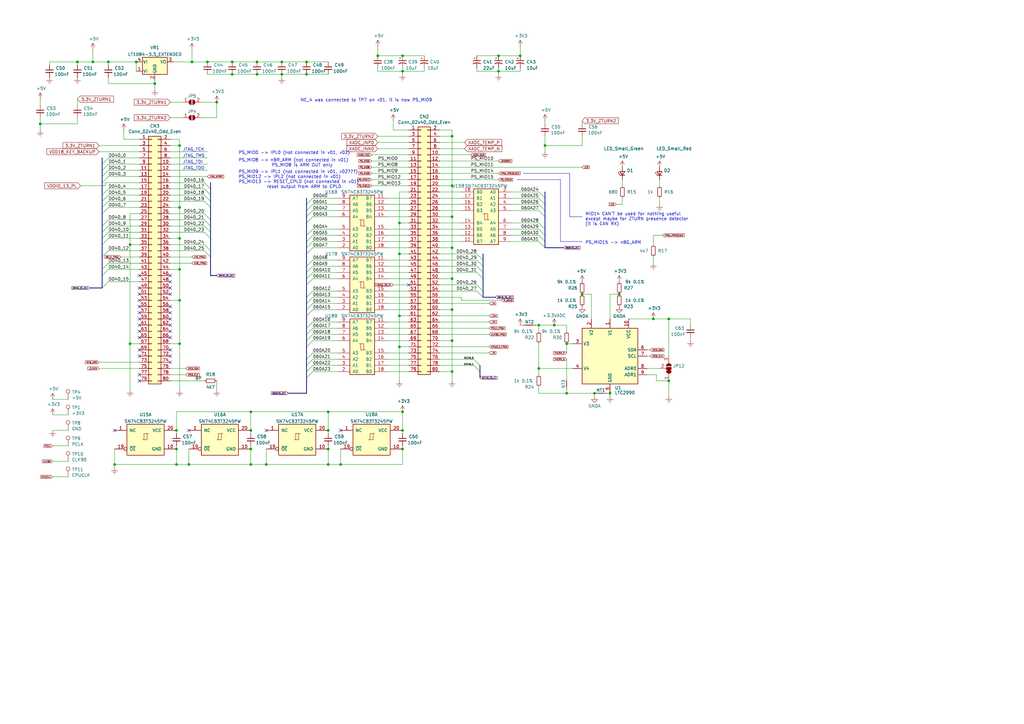
<source format=kicad_sch>
(kicad_sch (version 20230121) (generator eeschema)
  (paper "A3")
  (title_block (title "Z3660 by sHaNsHe (Double H Tech)") (date "2024-03-03") (rev "v0.21d") (comment 1 "v0.21a Changed Array Networks") (comment 2 "v0.21b Changed the 060 socket"))
  (junction (at 46.99 190.5))
  (junction (at 134.62 168.91))
  (junction (at 55.88 25.4))
  (junction (at 204.47 22.86))
  (junction (at 254 120.65))
  (junction (at 105.41 25.4))
  (junction (at 185.42 139.7))
  (junction (at 53.34 140.97))
  (junction (at 72.39 190.5))
  (junction (at 134.62 190.5))
  (junction (at 125.73 25.4))
  (junction (at 163.83 142.24))
  (junction (at 232.41 161.29))
  (junction (at 115.57 30.48))
  (junction (at 31.75 25.4))
  (junction (at 102.87 190.5))
  (junction (at 95.25 30.48))
  (junction (at 72.39 184.15))
  (junction (at 185.42 55.88))
  (junction (at 73.66 97.79))
  (junction (at 238.76 120.65))
  (junction (at 125.73 30.48))
  (junction (at 274.32 156.21))
  (junction (at 38.1 25.4))
  (junction (at 105.41 30.48))
  (junction (at 227.33 133.35))
  (junction (at 223.52 59.69))
  (junction (at 165.1 29.21))
  (junction (at 102.87 168.91))
  (junction (at 139.7 190.5))
  (junction (at 73.66 110.49))
  (junction (at 154.94 22.86))
  (junction (at 232.41 140.97))
  (junction (at 102.87 176.53))
  (junction (at 73.66 85.09))
  (junction (at 85.09 25.4))
  (junction (at 243.84 161.29))
  (junction (at 16.51 50.8))
  (junction (at 267.97 130.81))
  (junction (at 73.66 59.69))
  (junction (at 73.66 140.97))
  (junction (at 165.1 184.15))
  (junction (at 77.47 190.5))
  (junction (at 163.83 91.44))
  (junction (at 134.62 176.53))
  (junction (at 165.1 22.86))
  (junction (at 204.47 29.21))
  (junction (at 163.83 129.54))
  (junction (at 165.1 176.53))
  (junction (at 109.22 190.5))
  (junction (at 250.19 161.29))
  (junction (at 185.42 101.6))
  (junction (at 185.42 76.2))
  (junction (at 185.42 114.3))
  (junction (at 220.98 151.13))
  (junction (at 185.42 152.4))
  (junction (at 220.98 133.35))
  (junction (at 102.87 184.15))
  (junction (at 72.39 176.53))
  (junction (at 165.1 168.91))
  (junction (at 274.32 130.81))
  (junction (at 63.5 34.29))
  (junction (at 163.83 104.14))
  (junction (at 95.25 25.4))
  (junction (at 115.57 25.4))
  (junction (at 73.66 123.19))
  (junction (at 134.62 184.15))
  (junction (at 78.74 25.4))
  (junction (at 44.45 25.4))
  (junction (at 88.9 41.91))
  (junction (at 53.34 100.33))
  (junction (at 185.42 127))
  (junction (at 185.42 88.9))
  (junction (at 213.36 22.86))
  (no_connect (at 69.85 115.57))
  (no_connect (at 167.64 116.84))
  (no_connect (at 57.15 118.11))
  (no_connect (at 69.85 143.51))
  (no_connect (at 69.85 135.89))
  (no_connect (at 69.85 113.03))
  (no_connect (at 139.7 176.53))
  (no_connect (at 57.15 146.05))
  (no_connect (at 77.47 176.53))
  (no_connect (at 69.85 130.81))
  (no_connect (at 69.85 128.27))
  (no_connect (at 69.85 148.59))
  (no_connect (at 57.15 156.21))
  (no_connect (at 69.85 118.11))
  (no_connect (at 57.15 143.51))
  (no_connect (at 57.15 153.67))
  (no_connect (at 57.15 113.03))
  (no_connect (at 69.85 133.35))
  (no_connect (at 57.15 123.19))
  (no_connect (at 46.99 176.53))
  (no_connect (at 69.85 125.73))
  (no_connect (at 109.22 176.53))
  (no_connect (at 57.15 135.89))
  (no_connect (at 57.15 138.43))
  (no_connect (at 57.15 125.73))
  (no_connect (at 57.15 130.81))
  (no_connect (at 57.15 128.27))
  (no_connect (at 69.85 146.05))
  (no_connect (at 69.85 138.43))
  (no_connect (at 69.85 120.65))
  (no_connect (at 57.15 120.65))
  (no_connect (at 57.15 133.35))
  (bus_entry (at 41.91 69.9147) (size 2.54 -2.54))
  (bus_entry (at 125.73 101.6) (size 2.54 -2.54))
  (bus_entry (at 125.73 116.84) (size 2.54 -2.54))
  (bus_entry (at 86.36 90.17) (size -2.54 -2.54))
  (bus_entry (at 125.73 104.14) (size 2.54 -2.54))
  (bus_entry (at 41.91 110.49) (size 2.54 -2.54))
  (bus_entry (at 198.12 111.76) (size -2.54 -2.54))
  (bus_entry (at 41.91 85.09) (size 2.54 -2.54))
  (bus_entry (at 41.91 95.25) (size 2.54 -2.54))
  (bus_entry (at 125.73 149.86) (size 2.54 -2.54))
  (bus_entry (at 223.52 81.28) (size -2.54 -2.54))
  (bus_entry (at 125.73 137.16) (size 2.54 -2.54))
  (bus_entry (at 41.91 67.31) (size 2.54 -2.54))
  (bus_entry (at 125.73 154.94) (size 2.54 -2.54))
  (bus_entry (at 125.73 129.54) (size 2.54 -2.54))
  (bus_entry (at 41.91 80.01) (size 2.54 -2.54))
  (bus_entry (at 125.73 114.3) (size 2.54 -2.54))
  (bus_entry (at 125.73 99.06) (size 2.54 -2.54))
  (bus_entry (at 125.73 134.62) (size 2.54 -2.54))
  (bus_entry (at 223.52 93.98) (size -2.54 -2.54))
  (bus_entry (at 198.12 121.92) (size -2.54 -2.54))
  (bus_entry (at 41.91 72.39) (size 2.54 -2.54))
  (bus_entry (at 41.91 118.11) (size 2.54 -2.54))
  (bus_entry (at 223.52 88.9) (size -2.54 -2.54))
  (bus_entry (at 41.91 74.93) (size 2.54 -2.54))
  (bus_entry (at 125.73 86.36) (size 2.54 -2.54))
  (bus_entry (at 125.73 152.4) (size 2.54 -2.54))
  (bus_entry (at 41.91 105.41) (size 2.54 -2.54))
  (bus_entry (at 86.36 95.25) (size -2.54 -2.54))
  (bus_entry (at 125.73 111.76) (size 2.54 -2.54))
  (bus_entry (at 41.91 113.03) (size 2.54 -2.54))
  (bus_entry (at 86.36 102.87) (size -2.54 -2.54))
  (bus_entry (at 125.73 127) (size 2.54 -2.54))
  (bus_entry (at 125.73 109.22) (size 2.54 -2.54))
  (bus_entry (at 223.52 86.36) (size -2.54 -2.54))
  (bus_entry (at 86.36 80.01) (size -2.54 -2.54))
  (bus_entry (at 86.36 105.41) (size -2.54 -2.54))
  (bus_entry (at 125.73 147.32) (size 2.54 -2.54))
  (bus_entry (at 125.73 124.46) (size 2.54 -2.54))
  (bus_entry (at 125.73 139.7) (size 2.54 -2.54))
  (bus_entry (at 223.52 96.52) (size -2.54 -2.54))
  (bus_entry (at 196.85 149.86) (size -2.54 -2.54))
  (bus_entry (at 86.36 85.09) (size -2.54 -2.54))
  (bus_entry (at 223.52 101.6) (size -2.54 -2.54))
  (bus_entry (at 86.36 92.71) (size -2.54 -2.54))
  (bus_entry (at 41.91 82.55) (size 2.54 -2.54))
  (bus_entry (at 41.91 100.33) (size 2.54 -2.54))
  (bus_entry (at 223.52 83.82) (size -2.54 -2.54))
  (bus_entry (at 41.91 87.63) (size 2.54 -2.54))
  (bus_entry (at 41.91 92.71) (size 2.54 -2.54))
  (bus_entry (at 125.73 88.9) (size 2.54 -2.54))
  (bus_entry (at 125.73 121.92) (size 2.54 -2.54))
  (bus_entry (at 125.73 96.52) (size 2.54 -2.54))
  (bus_entry (at 125.73 83.82) (size 2.54 -2.54))
  (bus_entry (at 198.12 119.38) (size -2.54 -2.54))
  (bus_entry (at 86.36 82.55) (size -2.54 -2.54))
  (bus_entry (at 125.73 91.44) (size 2.54 -2.54))
  (bus_entry (at 198.12 109.22) (size -2.54 -2.54))
  (bus_entry (at 198.12 106.68) (size -2.54 -2.54))
  (bus_entry (at 196.85 152.4) (size -2.54 -2.54))
  (bus_entry (at 198.12 114.3) (size -2.54 -2.54))
  (bus_entry (at 41.91 97.79) (size 2.54 -2.54))
  (bus_entry (at 86.36 77.47) (size -2.54 -2.54))
  (bus_entry (at 125.73 142.24) (size 2.54 -2.54))
  (bus_entry (at 86.36 97.79) (size -2.54 -2.54))
  (bus_entry (at 223.52 99.06) (size -2.54 -2.54))
  (wire (pts (xy 154.94 27.94) (xy 154.94 29.21)))
  (wire (pts (xy 190.5 60.96) (xy 180.34 60.96)))
  (wire (pts (xy 158.75 147.32) (xy 167.64 147.32)))
  (wire (pts (xy 128.27 106.68) (xy 138.43 106.68)))
  (wire (pts (xy 72.39 190.5) (xy 46.99 190.5)))
  (wire (pts (xy 128.27 132.08) (xy 138.43 132.08)))
  (wire (pts (xy 73.66 110.49) (xy 73.66 97.79)))
  (wire (pts (xy 44.45 25.4) (xy 55.88 25.4)))
  (wire (pts (xy 57.15 74.93) (xy 43.18 74.93)))
  (wire (pts (xy 134.62 184.15) (xy 134.62 190.5)))
  (wire (pts (xy 73.66 85.09) (xy 69.85 85.09)))
  (bus (pts (xy 198.12 121.92) (xy 203.2 121.92)))
  (wire (pts (xy 50.8 57.15) (xy 50.8 53.34)))
  (wire (pts (xy 180.34 104.14) (xy 195.58 104.14)))
  (wire (pts (xy 265.43 143.51) (xy 266.7 143.51)))
  (wire (pts (xy 242.57 120.65) (xy 238.76 120.65)))
  (bus (pts (xy 125.73 111.76) (xy 125.73 109.22)))
  (wire (pts (xy 69.85 100.33) (xy 83.82 100.33)))
  (wire (pts (xy 78.74 25.4) (xy 85.09 25.4)))
  (wire (pts (xy 180.34 53.34) (xy 185.42 53.34)))
  (wire (pts (xy 250.19 120.65) (xy 250.19 130.81)))
  (wire (pts (xy 44.45 77.47) (xy 57.15 77.47)))
  (wire (pts (xy 163.83 129.54) (xy 163.83 104.14)))
  (wire (pts (xy 57.15 69.85) (xy 44.45 69.85)))
  (wire (pts (xy 180.34 93.98) (xy 189.23 93.98)))
  (wire (pts (xy 265.43 146.05) (xy 266.7 146.05)))
  (wire (pts (xy 185.42 127) (xy 185.42 139.7)))
  (bus (pts (xy 223.52 101.6) (xy 231.14 101.6011)))
  (bus (pts (xy 125.73 129.54) (xy 125.73 127)))
  (bus (pts (xy 125.73 154.94) (xy 125.73 152.4)))
  (wire (pts (xy 180.34 88.9) (xy 185.42 88.9)))
  (wire (pts (xy 154.94 22.86) (xy 165.1 22.86)))
  (wire (pts (xy 69.85 107.95) (xy 78.74 107.95)))
  (wire (pts (xy 180.34 111.76) (xy 195.58 111.76)))
  (wire (pts (xy 31.75 50.8) (xy 16.51 50.8)))
  (wire (pts (xy 243.84 162.56) (xy 243.84 161.29)))
  (wire (pts (xy 195.58 22.86) (xy 204.47 22.86)))
  (wire (pts (xy 69.85 41.91) (xy 74.93 41.91)))
  (wire (pts (xy 69.85 95.25) (xy 83.82 95.25)))
  (wire (pts (xy 105.41 25.4) (xy 115.57 25.4)))
  (wire (pts (xy 55.88 25.4) (xy 55.88 29.21)))
  (wire (pts (xy 269.24 153.67) (xy 269.24 156.21)))
  (wire (pts (xy 57.15 95.25) (xy 44.45 95.25)))
  (bus (pts (xy 86.36 74.93) (xy 86.36 77.47)))
  (wire (pts (xy 204.47 29.21) (xy 213.36 29.21)))
  (wire (pts (xy 180.34 71.12) (xy 204.47 71.12)))
  (wire (pts (xy 69.85 72.39) (xy 85.09 72.39)))
  (wire (pts (xy 180.34 86.36) (xy 189.23 86.36)))
  (wire (pts (xy 73.66 59.69) (xy 69.85 59.69)))
  (bus (pts (xy 41.91 87.63) (xy 41.91 92.71)))
  (wire (pts (xy 139.7 190.5) (xy 134.62 190.5)))
  (wire (pts (xy 185.42 101.6) (xy 185.42 114.3)))
  (bus (pts (xy 223.52 99.06) (xy 223.52 96.52)))
  (wire (pts (xy 31.75 25.4) (xy 31.75 26.67)))
  (wire (pts (xy 69.85 105.41) (xy 78.74 105.41)))
  (wire (pts (xy 16.51 50.8) (xy 16.51 48.26)))
  (wire (pts (xy 180.34 96.52) (xy 189.23 96.52)))
  (wire (pts (xy 209.55 86.36) (xy 220.98 86.36)))
  (wire (pts (xy 128.27 134.62) (xy 138.43 134.62)))
  (wire (pts (xy 115.57 25.4) (xy 125.73 25.4)))
  (wire (pts (xy 274.32 130.81) (xy 283.21 130.81)))
  (wire (pts (xy 57.15 110.49) (xy 44.45 110.49)))
  (wire (pts (xy 128.27 114.3) (xy 138.43 114.3)))
  (polyline (pts (xy 214.63 71.12) (xy 233.68 71.12)))
  (bus (pts (xy 125.73 134.62) (xy 125.73 129.54)))
  (wire (pts (xy 139.7 184.15) (xy 139.7 190.5)))
  (wire (pts (xy 180.34 81.28) (xy 189.23 81.28)))
  (wire (pts (xy 185.42 152.4) (xy 185.42 156.21)))
  (wire (pts (xy 180.34 142.24) (xy 200.66 142.24)))
  (bus (pts (xy 41.91 92.71) (xy 41.91 95.25)))
  (wire (pts (xy 49.53 105.41) (xy 57.15 105.41)))
  (wire (pts (xy 220.98 161.29) (xy 220.98 158.75)))
  (wire (pts (xy 158.75 86.36) (xy 167.64 86.36)))
  (wire (pts (xy 72.39 184.15) (xy 72.39 190.5)))
  (wire (pts (xy 57.15 82.55) (xy 44.45 82.55)))
  (wire (pts (xy 158.75 101.6) (xy 167.64 101.6)))
  (wire (pts (xy 57.15 148.59) (xy 40.64 148.59)))
  (wire (pts (xy 69.85 90.17) (xy 83.82 90.17)))
  (wire (pts (xy 158.75 88.9) (xy 167.64 88.9)))
  (wire (pts (xy 270.51 81.28) (xy 270.51 83.82)))
  (wire (pts (xy 31.75 25.4) (xy 38.1 25.4)))
  (wire (pts (xy 189.23 121.92) (xy 189.23 123.19)))
  (wire (pts (xy 267.97 100.33) (xy 267.97 96.52)))
  (wire (pts (xy 31.75 48.26) (xy 31.75 50.8)))
  (wire (pts (xy 257.81 130.81) (xy 267.97 130.81)))
  (wire (pts (xy 209.55 83.82) (xy 220.98 83.82)))
  (wire (pts (xy 158.75 152.4) (xy 167.64 152.4)))
  (wire (pts (xy 232.41 140.97) (xy 232.41 144.78)))
  (wire (pts (xy 185.42 53.34) (xy 185.42 55.88)))
  (bus (pts (xy 125.73 139.7) (xy 125.73 137.16)))
  (wire (pts (xy 69.85 87.63) (xy 83.82 87.63)))
  (polyline (pts (xy 229.87 74.93) (xy 229.87 99.06)))
  (wire (pts (xy 152.4 63.5) (xy 167.64 63.5)))
  (wire (pts (xy 69.85 74.93) (xy 83.82 74.93)))
  (wire (pts (xy 109.22 184.15) (xy 109.22 190.5)))
  (bus (pts (xy 41.91 110.49) (xy 41.91 113.03)))
  (wire (pts (xy 189.23 123.19) (xy 205.74 123.19)))
  (wire (pts (xy 223.52 59.69) (xy 223.52 55.88)))
  (wire (pts (xy 72.39 168.91) (xy 72.39 176.53)))
  (wire (pts (xy 180.34 116.84) (xy 195.58 116.84)))
  (wire (pts (xy 242.57 130.81) (xy 242.57 120.65)))
  (wire (pts (xy 44.45 115.57) (xy 57.15 115.57)))
  (wire (pts (xy 21.59 176.53) (xy 27.94 176.53)))
  (wire (pts (xy 270.51 76.2) (xy 270.51 73.66)))
  (wire (pts (xy 274.32 130.81) (xy 274.32 146.05)))
  (bus (pts (xy 86.36 105.41) (xy 86.36 113.03)))
  (wire (pts (xy 105.41 30.48) (xy 115.57 30.48)))
  (wire (pts (xy 73.66 160.02) (xy 73.66 140.97)))
  (wire (pts (xy 33.02 76.2) (xy 43.18 76.2)))
  (wire (pts (xy 44.45 107.95) (xy 57.15 107.95)))
  (bus (pts (xy 41.91 97.79) (xy 41.91 100.33)))
  (wire (pts (xy 238.76 59.69) (xy 223.52 59.69)))
  (bus (pts (xy 86.36 92.71) (xy 86.36 95.25)))
  (wire (pts (xy 180.34 73.66) (xy 204.47 73.66)))
  (wire (pts (xy 57.15 64.77) (xy 44.45 64.77)))
  (wire (pts (xy 158.75 111.76) (xy 167.64 111.76)))
  (wire (pts (xy 238.76 49.53) (xy 238.76 50.8)))
  (wire (pts (xy 128.27 96.52) (xy 138.43 96.52)))
  (wire (pts (xy 163.83 91.44) (xy 163.83 78.74)))
  (wire (pts (xy 180.34 68.58) (xy 238.76 68.58)))
  (wire (pts (xy 180.34 91.44) (xy 189.23 91.44)))
  (wire (pts (xy 128.27 86.36) (xy 138.43 86.36)))
  (wire (pts (xy 85.09 30.48) (xy 95.25 30.48)))
  (wire (pts (xy 204.47 27.94) (xy 204.47 29.21)))
  (wire (pts (xy 255.27 83.82) (xy 255.27 81.28)))
  (wire (pts (xy 248.92 161.29) (xy 250.19 161.29)))
  (wire (pts (xy 21.59 182.88) (xy 27.94 182.88)))
  (wire (pts (xy 185.42 55.88) (xy 180.34 55.88)))
  (wire (pts (xy 46.99 190.5) (xy 46.99 191.77)))
  (wire (pts (xy 134.62 182.88) (xy 134.62 184.15)))
  (bus (pts (xy 125.73 124.46) (xy 125.73 121.92)))
  (bus (pts (xy 86.36 90.17) (xy 86.36 92.71)))
  (wire (pts (xy 69.85 153.67) (xy 76.2 153.67)))
  (wire (pts (xy 195.58 29.21) (xy 204.47 29.21)))
  (bus (pts (xy 41.91 113.03) (xy 41.91 118.11)))
  (wire (pts (xy 158.75 93.98) (xy 167.64 93.98)))
  (wire (pts (xy 180.34 114.3) (xy 185.42 114.3)))
  (wire (pts (xy 44.45 31.75) (xy 44.45 34.29)))
  (polyline (pts (xy 238.76 88.9) (xy 233.68 88.9)))
  (wire (pts (xy 134.62 30.48) (xy 125.73 30.48)))
  (bus (pts (xy 125.73 91.44) (xy 125.73 88.9)))
  (bus (pts (xy 125.73 88.9) (xy 125.73 86.36)))
  (wire (pts (xy 44.45 34.29) (xy 63.5 34.29)))
  (wire (pts (xy 152.4 73.66) (xy 167.64 73.66)))
  (bus (pts (xy 125.73 121.92) (xy 125.73 116.84)))
  (wire (pts (xy 163.83 91.44) (xy 167.64 91.44)))
  (wire (pts (xy 163.83 142.24) (xy 163.83 129.54)))
  (wire (pts (xy 180.34 144.78) (xy 200.66 144.78)))
  (wire (pts (xy 274.32 156.21) (xy 274.32 162.56)))
  (wire (pts (xy 158.75 144.78) (xy 167.64 144.78)))
  (bus (pts (xy 41.91 95.25) (xy 41.91 97.79)))
  (wire (pts (xy 158.75 106.68) (xy 167.64 106.68)))
  (wire (pts (xy 57.15 67.31) (xy 44.45 67.31)))
  (bus (pts (xy 125.73 114.3) (xy 125.73 111.76)))
  (wire (pts (xy 250.19 120.65) (xy 254 120.65)))
  (wire (pts (xy 180.34 78.74) (xy 189.23 78.74)))
  (wire (pts (xy 85.09 62.23) (xy 69.85 62.23)))
  (wire (pts (xy 252.73 83.82) (xy 255.27 83.82)))
  (wire (pts (xy 38.1 25.4) (xy 44.45 25.4)))
  (wire (pts (xy 173.99 29.21) (xy 165.1 29.21)))
  (wire (pts (xy 152.4 68.58) (xy 167.64 68.58)))
  (wire (pts (xy 134.62 190.5) (xy 109.22 190.5)))
  (wire (pts (xy 180.34 147.32) (xy 194.31 147.32)))
  (wire (pts (xy 161.29 116.84) (xy 167.64 116.84)))
  (wire (pts (xy 180.34 129.54) (xy 200.66 129.54)))
  (wire (pts (xy 180.34 134.62) (xy 200.66 134.62)))
  (bus (pts (xy 198.12 111.76) (xy 198.12 114.3)))
  (wire (pts (xy 69.85 69.85) (xy 85.09 69.85)))
  (wire (pts (xy 69.85 48.26) (xy 74.93 48.26)))
  (wire (pts (xy 128.27 93.98) (xy 138.43 93.98)))
  (wire (pts (xy 82.55 41.91) (xy 88.9 41.91)))
  (bus (pts (xy 223.52 86.36) (xy 223.52 88.9)))
  (bus (pts (xy 196.85 149.86) (xy 196.85 152.4)))
  (wire (pts (xy 125.73 25.4) (xy 134.62 25.4)))
  (bus (pts (xy 198.12 109.22) (xy 198.12 111.76)))
  (wire (pts (xy 88.9 156.21) (xy 88.9 160.02)))
  (wire (pts (xy 82.55 48.26) (xy 88.9 48.26)))
  (bus (pts (xy 125.73 86.36) (xy 125.73 83.82)))
  (wire (pts (xy 180.34 109.22) (xy 195.58 109.22)))
  (wire (pts (xy 163.83 129.54) (xy 167.64 129.54)))
  (wire (pts (xy 71.12 25.4) (xy 78.74 25.4)))
  (bus (pts (xy 41.91 85.09) (xy 41.91 87.63)))
  (wire (pts (xy 21.59 189.23) (xy 27.94 189.23)))
  (wire (pts (xy 53.34 100.33) (xy 57.15 100.33)))
  (wire (pts (xy 53.34 140.97) (xy 53.34 100.33)))
  (bus (pts (xy 41.91 72.39) (xy 41.91 74.93)))
  (wire (pts (xy 185.42 114.3) (xy 185.42 127)))
  (bus (pts (xy 125.73 127) (xy 125.73 124.46)))
  (wire (pts (xy 69.85 80.01) (xy 83.82 80.01)))
  (bus (pts (xy 125.73 101.6) (xy 125.73 99.06)))
  (wire (pts (xy 158.75 137.16) (xy 167.64 137.16)))
  (wire (pts (xy 213.36 133.35) (xy 214.63 133.35)))
  (bus (pts (xy 196.85 152.4) (xy 196.85 154.94)))
  (wire (pts (xy 173.99 29.21) (xy 173.99 27.94)))
  (wire (pts (xy 40.64 59.69) (xy 57.15 59.69)))
  (wire (pts (xy 158.75 83.82) (xy 167.64 83.82)))
  (wire (pts (xy 185.42 76.2) (xy 185.42 88.9)))
  (wire (pts (xy 209.55 96.52) (xy 220.98 96.52)))
  (wire (pts (xy 102.87 168.91) (xy 102.87 176.53)))
  (wire (pts (xy 180.34 127) (xy 185.42 127)))
  (wire (pts (xy 185.42 139.7) (xy 185.42 152.4)))
  (wire (pts (xy 128.27 127) (xy 138.43 127)))
  (wire (pts (xy 163.83 142.24) (xy 167.64 142.24)))
  (wire (pts (xy 44.45 90.17) (xy 57.15 90.17)))
  (wire (pts (xy 40.64 62.23) (xy 57.15 62.23)))
  (wire (pts (xy 165.1 30.48) (xy 165.1 29.21)))
  (wire (pts (xy 180.34 139.7) (xy 185.42 139.7)))
  (wire (pts (xy 152.4 71.12) (xy 167.64 71.12)))
  (wire (pts (xy 77.47 190.5) (xy 72.39 190.5)))
  (bus (pts (xy 125.73 161.29) (xy 125.73 154.94)))
  (wire (pts (xy 165.1 22.86) (xy 173.99 22.86)))
  (wire (pts (xy 158.75 132.08) (xy 167.64 132.08)))
  (wire (pts (xy 267.97 96.52) (xy 271.78 96.52)))
  (wire (pts (xy 165.1 182.88) (xy 165.1 184.15)))
  (wire (pts (xy 180.34 149.86) (xy 194.31 149.86)))
  (wire (pts (xy 21.59 195.58) (xy 27.94 195.58)))
  (wire (pts (xy 53.34 100.33) (xy 53.34 87.63)))
  (wire (pts (xy 158.75 119.38) (xy 167.64 119.38)))
  (bus (pts (xy 86.36 85.09) (xy 86.36 90.17)))
  (polyline (pts (xy 212.09 73.66) (xy 229.87 73.66)))
  (wire (pts (xy 73.66 110.49) (xy 69.85 110.49)))
  (wire (pts (xy 154.94 60.96) (xy 167.64 60.96)))
  (wire (pts (xy 44.45 92.71) (xy 57.15 92.71)))
  (wire (pts (xy 204.47 30.48) (xy 204.47 29.21)))
  (wire (pts (xy 219.71 133.35) (xy 220.98 133.35)))
  (wire (pts (xy 63.5 36.83) (xy 63.5 34.29)))
  (wire (pts (xy 44.45 102.87) (xy 57.15 102.87)))
  (wire (pts (xy 158.75 127) (xy 167.64 127)))
  (polyline (pts (xy 233.68 88.9) (xy 233.68 71.12)))
  (wire (pts (xy 158.75 139.7) (xy 167.64 139.7)))
  (wire (pts (xy 195.58 27.94) (xy 195.58 29.21)))
  (wire (pts (xy 154.94 29.21) (xy 165.1 29.21)))
  (wire (pts (xy 128.27 152.4) (xy 138.43 152.4)))
  (wire (pts (xy 128.27 137.16) (xy 138.43 137.16)))
  (bus (pts (xy 125.73 104.14) (xy 125.73 101.6)))
  (wire (pts (xy 283.21 133.35) (xy 283.21 130.81)))
  (bus (pts (xy 41.91 80.01) (xy 41.91 82.55)))
  (wire (pts (xy 73.66 123.19) (xy 73.66 110.49)))
  (wire (pts (xy 158.75 99.06) (xy 167.64 99.06)))
  (wire (pts (xy 220.98 151.13) (xy 234.95 151.13)))
  (wire (pts (xy 43.18 74.93) (xy 43.18 76.2)))
  (wire (pts (xy 69.85 92.71) (xy 83.82 92.71)))
  (bus (pts (xy 198.12 104.14) (xy 198.12 106.68)))
  (wire (pts (xy 163.83 156.21) (xy 163.83 142.24)))
  (bus (pts (xy 223.52 78.7411) (xy 223.52 81.28)))
  (wire (pts (xy 95.25 25.4) (xy 105.41 25.4)))
  (wire (pts (xy 57.15 57.15) (xy 50.8 57.15)))
  (wire (pts (xy 267.97 105.41) (xy 267.97 107.95)))
  (wire (pts (xy 180.34 99.06) (xy 189.23 99.06)))
  (bus (pts (xy 86.36 82.55) (xy 86.36 85.09)))
  (wire (pts (xy 44.45 80.01) (xy 57.15 80.01)))
  (wire (pts (xy 213.36 19.05) (xy 213.36 22.86)))
  (wire (pts (xy 158.75 134.62) (xy 167.64 134.62)))
  (wire (pts (xy 95.25 30.48) (xy 105.41 30.48)))
  (wire (pts (xy 265.43 153.67) (xy 269.24 153.67)))
  (bus (pts (xy 125.73 149.86) (xy 125.73 147.32)))
  (wire (pts (xy 21.59 170.18) (xy 27.94 170.18)))
  (wire (pts (xy 69.85 67.31) (xy 85.09 67.31)))
  (wire (pts (xy 158.75 81.28) (xy 167.64 81.28)))
  (wire (pts (xy 267.97 130.81) (xy 274.32 130.81)))
  (wire (pts (xy 57.15 85.09) (xy 44.45 85.09)))
  (wire (pts (xy 102.87 182.88) (xy 102.87 184.15)))
  (wire (pts (xy 180.34 121.92) (xy 189.23 121.92)))
  (wire (pts (xy 88.9 48.26) (xy 88.9 41.91)))
  (wire (pts (xy 204.47 22.86) (xy 213.36 22.86)))
  (wire (pts (xy 152.4 76.2) (xy 167.64 76.2)))
  (wire (pts (xy 209.55 99.06) (xy 220.98 99.06)))
  (bus (pts (xy 86.36 77.47) (xy 86.36 80.01)))
  (bus (pts (xy 125.73 142.24) (xy 125.73 139.7)))
  (wire (pts (xy 21.59 163.83) (xy 27.94 163.83)))
  (wire (pts (xy 134.62 176.53) (xy 134.62 177.8)))
  (wire (pts (xy 180.34 66.04) (xy 204.47 66.04)))
  (wire (pts (xy 128.27 83.82) (xy 138.43 83.82)))
  (wire (pts (xy 154.94 19.05) (xy 154.94 22.86)))
  (wire (pts (xy 185.42 88.9) (xy 185.42 101.6)))
  (wire (pts (xy 158.75 114.3) (xy 167.64 114.3)))
  (wire (pts (xy 180.34 119.38) (xy 195.58 119.38)))
  (wire (pts (xy 180.34 76.2) (xy 185.42 76.2)))
  (wire (pts (xy 163.83 104.14) (xy 163.83 91.44)))
  (wire (pts (xy 165.1 176.53) (xy 165.1 177.8)))
  (bus (pts (xy 41.91 100.33) (xy 41.91 105.41)))
  (wire (pts (xy 57.15 72.39) (xy 44.45 72.39)))
  (wire (pts (xy 69.85 82.55) (xy 83.82 82.55)))
  (wire (pts (xy 180.34 101.6) (xy 185.42 101.6)))
  (bus (pts (xy 86.36 80.01) (xy 86.36 82.55)))
  (wire (pts (xy 269.24 156.21) (xy 274.32 156.21)))
  (wire (pts (xy 134.62 168.91) (xy 165.1 168.91)))
  (wire (pts (xy 46.99 184.15) (xy 46.99 190.5)))
  (bus (pts (xy 118.11 161.29) (xy 125.73 161.29)))
  (wire (pts (xy 73.66 97.79) (xy 73.66 85.09)))
  (wire (pts (xy 78.74 25.4) (xy 78.74 20.32)))
  (wire (pts (xy 165.1 29.21) (xy 165.1 27.94)))
  (bus (pts (xy 125.73 116.84) (xy 125.73 114.3)))
  (wire (pts (xy 238.76 55.88) (xy 238.76 59.69)))
  (bus (pts (xy 41.91 74.93) (xy 41.91 80.01)))
  (bus (pts (xy 223.52 93.98) (xy 223.52 96.52)))
  (wire (pts (xy 85.09 25.4) (xy 95.25 25.4)))
  (wire (pts (xy 167.64 55.88) (xy 154.94 55.88)))
  (wire (pts (xy 102.87 168.91) (xy 134.62 168.91)))
  (wire (pts (xy 31.75 40.64) (xy 31.75 43.18)))
  (wire (pts (xy 115.57 30.48) (xy 115.57 31.75)))
  (wire (pts (xy 158.75 109.22) (xy 167.64 109.22)))
  (wire (pts (xy 72.39 182.88) (xy 72.39 184.15)))
  (bus (pts (xy 41.91 82.55) (xy 41.91 85.09)))
  (wire (pts (xy 232.41 140.97) (xy 234.95 140.97)))
  (wire (pts (xy 180.34 106.68) (xy 195.58 106.68)))
  (bus (pts (xy 198.12 119.38) (xy 198.12 121.92)))
  (wire (pts (xy 128.27 119.38) (xy 138.43 119.38)))
  (wire (pts (xy 128.27 147.32) (xy 138.43 147.32)))
  (wire (pts (xy 158.75 124.46) (xy 167.64 124.46)))
  (wire (pts (xy 73.66 57.15) (xy 69.85 57.15)))
  (wire (pts (xy 20.32 25.4) (xy 31.75 25.4)))
  (bus (pts (xy 86.36 113.03) (xy 88.9 113.03)))
  (polyline (pts (xy 229.87 74.93) (xy 229.87 73.66)))
  (bus (pts (xy 125.73 83.82) (xy 125.73 81.28)))
  (wire (pts (xy 158.75 121.92) (xy 167.64 121.92)))
  (wire (pts (xy 128.27 88.9) (xy 138.43 88.9)))
  (bus (pts (xy 198.12 106.68) (xy 198.12 109.22)))
  (wire (pts (xy 250.19 162.56) (xy 250.19 161.29)))
  (wire (pts (xy 232.41 147.32) (xy 232.41 154.94)))
  (bus (pts (xy 125.73 152.4) (xy 125.73 149.86)))
  (wire (pts (xy 163.83 78.74) (xy 167.64 78.74)))
  (wire (pts (xy 220.98 140.97) (xy 220.98 151.13)))
  (wire (pts (xy 128.27 121.92) (xy 138.43 121.92)))
  (wire (pts (xy 69.85 151.13) (xy 76.2 151.13)))
  (wire (pts (xy 16.51 53.34) (xy 16.51 50.8)))
  (wire (pts (xy 128.27 101.6) (xy 138.43 101.6)))
  (wire (pts (xy 53.34 87.63) (xy 57.15 87.63)))
  (wire (pts (xy 44.45 25.4) (xy 44.45 26.67)))
  (wire (pts (xy 220.98 133.35) (xy 220.98 135.89)))
  (wire (pts (xy 220.98 81.28) (xy 209.55 81.28)))
  (wire (pts (xy 134.62 168.91) (xy 134.62 176.53)))
  (wire (pts (xy 185.42 55.88) (xy 185.42 76.2)))
  (wire (pts (xy 167.64 58.42) (xy 154.94 58.42)))
  (wire (pts (xy 109.22 190.5) (xy 102.87 190.5)))
  (bus (pts (xy 125.73 109.22) (xy 125.73 104.14)))
  (wire (pts (xy 180.34 124.46) (xy 200.66 124.46)))
  (wire (pts (xy 158.75 96.52) (xy 167.64 96.52)))
  (wire (pts (xy 73.66 123.19) (xy 69.85 123.19)))
  (wire (pts (xy 270.51 151.13) (xy 265.43 151.13)))
  (wire (pts (xy 167.64 53.34) (xy 161.29 53.34)))
  (wire (pts (xy 73.66 59.69) (xy 73.66 57.15)))
  (bus (pts (xy 223.52 101.6) (xy 223.52 99.06)))
  (wire (pts (xy 220.98 151.13) (xy 220.98 153.67)))
  (bus (pts (xy 125.73 137.16) (xy 125.73 134.62)))
  (wire (pts (xy 180.34 132.08) (xy 200.66 132.08)))
  (wire (pts (xy 209.55 93.98) (xy 220.98 93.98)))
  (bus (pts (xy 41.91 67.31) (xy 41.91 69.9147)))
  (wire (pts (xy 255.27 76.2) (xy 255.27 73.66)))
  (wire (pts (xy 69.85 156.21) (xy 83.82 156.21)))
  (wire (pts (xy 227.33 133.35) (xy 220.98 133.35)))
  (wire (pts (xy 53.34 140.97) (xy 57.15 140.97)))
  (wire (pts (xy 73.66 140.97) (xy 69.85 140.97)))
  (wire (pts (xy 232.41 160.02) (xy 232.41 161.29)))
  (wire (pts (xy 63.5 34.29) (xy 63.5 33.02)))
  (bus (pts (xy 223.52 81.28) (xy 223.52 83.82)))
  (wire (pts (xy 232.41 135.89) (xy 232.41 133.35)))
  (wire (pts (xy 165.1 190.5) (xy 139.7 190.5)))
  (bus (pts (xy 41.91 105.41) (xy 41.91 110.49)))
  (wire (pts (xy 20.32 25.4) (xy 20.32 26.67)))
  (wire (pts (xy 77.47 184.15) (xy 77.47 190.5)))
  (wire (pts (xy 223.52 49.53) (xy 223.52 50.8)))
  (bus (pts (xy 125.73 99.06) (xy 125.73 96.52)))
  (wire (pts (xy 180.34 137.16) (xy 200.66 137.16)))
  (bus (pts (xy 198.12 114.3) (xy 198.12 119.38)))
  (wire (pts (xy 102.87 190.5) (xy 77.47 190.5)))
  (wire (pts (xy 180.34 63.5) (xy 193.04 63.5)))
  (wire (pts (xy 69.85 102.87) (xy 83.82 102.87)))
  (wire (pts (xy 128.27 111.76) (xy 138.43 111.76)))
  (wire (pts (xy 72.39 176.53) (xy 72.39 177.8)))
  (wire (pts (xy 128.27 124.46) (xy 138.43 124.46)))
  (wire (pts (xy 232.41 133.35) (xy 227.33 133.35)))
  (wire (pts (xy 73.66 140.97) (xy 73.66 123.19)))
  (wire (pts (xy 102.87 176.53) (xy 102.87 177.8)))
  (wire (pts (xy 220.98 78.74) (xy 209.55 78.74)))
  (wire (pts (xy 57.15 97.79) (xy 44.45 97.79)))
  (wire (pts (xy 115.57 30.48) (xy 125.73 30.48)))
  (wire (pts (xy 72.39 168.91) (xy 102.87 168.91)))
  (bus (pts (xy 41.91 69.9147) (xy 41.91 72.39)))
  (wire (pts (xy 128.27 144.78) (xy 138.43 144.78)))
  (wire (pts (xy 180.34 83.82) (xy 189.23 83.82)))
  (wire (pts (xy 213.36 27.94) (xy 213.36 29.21)))
  (bus (pts (xy 223.52 88.9) (xy 223.52 93.98)))
  (wire (pts (xy 128.27 99.06) (xy 138.43 99.06)))
  (wire (pts (xy 128.27 81.28) (xy 138.43 81.28)))
  (bus (pts (xy 86.36 97.79) (xy 86.36 102.87)))
  (wire (pts (xy 165.1 168.91) (xy 165.1 176.53)))
  (wire (pts (xy 165.1 184.15) (xy 165.1 190.5)))
  (wire (pts (xy 73.66 85.09) (xy 73.66 59.69)))
  (wire (pts (xy 163.83 104.14) (xy 167.64 104.14)))
  (wire (pts (xy 161.29 53.34) (xy 161.29 49.53)))
  (bus (pts (xy 86.36 95.25) (xy 86.36 97.79)))
  (wire (pts (xy 158.75 149.86) (xy 167.64 149.86)))
  (wire (pts (xy 16.51 40.64) (xy 16.51 43.18)))
  (polyline (pts (xy 229.87 99.06) (xy 238.76 99.06)))
  (wire (pts (xy 223.52 62.23) (xy 223.52 59.69)))
  (wire (pts (xy 220.98 161.29) (xy 232.41 161.29)))
  (wire (pts (xy 180.34 152.4) (xy 185.42 152.4)))
  (wire (pts (xy 128.27 109.22) (xy 138.43 109.22)))
  (wire (pts (xy 190.5 58.42) (xy 180.34 58.42)))
  (bus (pts (xy 41.91 64.77) (xy 41.91 67.31)))
  (wire (pts (xy 102.87 184.15) (xy 102.87 190.5)))
  (wire (pts (xy 53.34 160.02) (xy 53.34 140.97)))
  (wire (pts (xy 38.1 20.32) (xy 38.1 25.4)))
  (wire (pts (xy 128.27 149.86) (xy 138.43 149.86)))
  (bus (pts (xy 41.91 118.11) (xy 36.83 118.11)))
  (wire (pts (xy 128.27 139.7) (xy 138.43 139.7)))
  (wire (pts (xy 283.21 138.43) (xy 283.21 139.7)))
  (bus (pts (xy 125.73 96.52) (xy 125.73 91.44)))
  (wire (pts (xy 209.55 91.44) (xy 220.98 91.44)))
  (wire (pts (xy 152.4 66.04) (xy 167.64 66.04)))
  (bus (pts (xy 86.36 102.87) (xy 86.36 105.41)))
  (bus (pts (xy 125.73 147.32) (xy 125.73 142.24)))
  (wire (pts (xy 69.85 64.77) (xy 85.09 64.77)))
  (wire (pts (xy 232.41 161.29) (xy 243.84 161.29)))
  (wire (pts (xy 40.64 151.13) (xy 57.15 151.13)))
  (wire (pts (xy 69.85 77.47) (xy 83.82 77.47)))
  (wire (pts (xy 73.66 97.79) (xy 69.85 97.79)))
  (bus (pts (xy 223.52 83.82) (xy 223.52 86.36)))
  (text "MIO14 CAN’T be used for nothing useful\nexcept maybe for ZTURN presence detector\n(it is CAN RX)" (at 240.03 92.71 0) (effects (font (size 1.27 1.27)) (justify left bottom)))
  (text "PS_MIO15 -> nBG_ARM" (at 240.03 100.33 0) (effects (font (size 1.27 1.27)) (justify left bottom)))
  (text "JTAG_TMS" (at 74.93 64.77 0) (effects (font (size 1.27 1.27)) (justify left bottom)))
  (text "JTAG_TCK" (at 74.93 62.23 0) (effects (font (size 1.27 1.27)) (justify left bottom)))
  (text "PS_MIO8 -> nBR_ARM (not connected in v01)\n              PS_MIO8 is ARM OUT only" (at 97.79 68.58 0) (effects (font (size 1.27 1.27)) (justify left bottom)))
  (text "JTAG_TDO" (at 74.93 69.85 0) (effects (font (size 1.27 1.27)) (justify left bottom)))
  (text "PS_MIO9 -> IPL1 (not connected in v01, v02???)\nPS_MIO12 -> IPL2 (not connected in v01)\nPS_MIO13 -> RESET_CPLD (not connected in v01)\n            reset output from ARM to CPLD" (at 97.79 77.47 0) (effects (font (size 1.27 1.27)) (justify left bottom)))
  (text "JTAG_TDI" (at 74.93 67.31 0) (effects (font (size 1.27 1.27)) (justify left bottom)))
  (text "PS_MIO0 -> IPL0 (not connected in v01, v02)" (at 97.79 63.5 0) (effects (font (size 1.27 1.27)) (justify left bottom)))
  (text "NC_4 was connected to TP7 on v01, it is now PS_MIO9" (at 123.19 41.91 0) (effects (font (size 1.27 1.27)) (justify left bottom)))
  (label "D040_19" (at 83.82 82.55 180))
  (label "D040_30" (at 195.58 109.22 180))
  (label "PS_MIO13" (at 154.94 76.2 0))
  (label "060A30" (at 220.98 96.52 180))
  (label "060A25" (at 220.98 81.28 180))
  (label "060A16" (at 128.27 132.08 0))
  (label "060A13" (at 128.27 121.92 0))
  (label "D040_2" (at 44.45 69.85 0))
  (label "PS_MIO15" (at 193.04 73.66 0))
  (label "D040_8" (at 44.45 90.17 0))
  (label "060A23" (at 128.27 152.4 0))
  (label "060A6" (at 128.27 99.06 0))
  (label "D040_12" (at 44.45 102.87 0))
  (label "D040_20" (at 83.82 87.63 180))
  (label "060A7" (at 128.27 101.6 0))
  (label "D040_28" (at 195.58 104.14 180))
  (label "D040_26" (at 195.58 116.84 180))
  (label "D040_31" (at 195.58 111.76 180))
  (label "060A17" (at 128.27 134.62 0))
  (label "060A10" (at 128.27 111.76 0))
  (label "D040_5" (at 44.45 80.01 0))
  (label "D040_13" (at 44.45 107.95 0))
  (label "060A1" (at 128.27 83.82 0))
  (label "060A2" (at 128.27 86.36 0))
  (label "D040_1" (at 44.45 67.31 0))
  (label "D040_4" (at 44.45 77.47 0))
  (label "SIZ40_0" (at 194.31 147.32 180) (effects (font (size 0.635 0.635))))
  (label "D040_29" (at 195.58 106.68 180))
  (label "060A4" (at 128.27 93.98 0))
  (label "D040_27" (at 195.58 119.38 180))
  (label "060A20" (at 128.27 144.78 0))
  (label "060A31" (at 220.98 99.06 180))
  (label "D040_21" (at 83.82 90.17 180))
  (label "D040_16" (at 83.82 74.93 180))
  (label "060A29" (at 220.98 93.98 180))
  (label "D040_23" (at 83.82 95.25 180))
  (label "D040_22" (at 83.82 92.71 180))
  (label "PS_MIO11" (at 193.04 68.58 0))
  (label "060A28" (at 220.98 91.44 180))
  (label "060A9" (at 128.27 109.22 0))
  (label "D040_3" (at 44.45 72.39 0))
  (label "D040_9" (at 44.45 92.71 0))
  (label "D040_7" (at 44.45 85.09 0))
  (label "PS_MIO12" (at 154.94 73.66 0))
  (label "D040_18" (at 83.82 80.01 180))
  (label "060A22" (at 128.27 149.86 0))
  (label "060A12" (at 128.27 119.38 0))
  (label "PS_MIO10" (at 193.04 66.04 0))
  (label "060A18" (at 128.27 137.16 0))
  (label "D040_14" (at 44.45 110.49 0))
  (label "D040_11" (at 44.45 97.79 0))
  (label "060A15" (at 128.27 127 0))
  (label "060A8" (at 128.27 106.68 0))
  (label "060A3" (at 128.27 88.9 0))
  (label "060A5" (at 128.27 96.52 0))
  (label "060A27" (at 220.98 86.36 180))
  (label "D040_24" (at 83.82 100.33 180))
  (label "060A0" (at 128.27 81.28 0))
  (label "PS_MIO0" (at 154.94 66.04 0))
  (label "PS_MIO8" (at 154.94 68.58 0))
  (label "D040_17" (at 83.82 77.47 180))
  (label "D040_0" (at 44.45 64.77 0))
  (label "060A11" (at 128.27 114.3 0))
  (label "060A19" (at 128.27 139.7 0))
  (label "BP" (at 80.01 156.21 0))
  (label "060A26" (at 220.98 83.82 180))
  (label "060A24" (at 220.98 78.74 180))
  (label "PS_MIO14" (at 193.04 71.12 0))
  (label "060A21" (at 128.27 147.32 0))
  (label "D040_6" (at 44.45 82.55 0))
  (label "D040_15" (at 44.45 115.57 0))
  (label "D040_10" (at 44.45 95.25 0))
  (label "SIZ40_1" (at 194.31 149.86 180) (effects (font (size 0.635 0.635))))
  (label "PS_MIO9" (at 154.94 71.12 0))
  (label "060A14" (at 128.27 124.46 0))
  (label "D040_25" (at 83.82 102.87 180))
  (global_label "CPUCLK_FPGA" (shape input) (at 200.66 142.24 0) (effects (font (size 0.635 0.635))) (property "Intersheetrefs" "${INTERSHEET_REFS}" (effects hide)))
  (global_label "_TS" (shape input) (at 200.66 144.78 0) (effects (font (size 0.635 0.635))) (property "Intersheetrefs" "${INTERSHEET_REFS}" (effects hide)))
  (global_label "PS_MIO12" (shape input) (at 152.4 73.66 180) (effects (font (size 0.635 0.635))) (property "Intersheetrefs" "${INTERSHEET_REFS}" (effects hide)))
  (global_label "CLK90_FPGA" (shape input) (at 200.66 137.16 0) (effects (font (size 0.635 0.635))) (property "Intersheetrefs" "${INTERSHEET_REFS}" (effects hide)))
  (global_label "3.3V_ZTURN1" (shape input) (at 69.85 41.91 180) (property "Intersheetrefs" "${INTERSHEET_REFS}" (effects hide)))
  (global_label "VDDIO_13_PL" (shape input) (at 33.02 76.2 180) (property "Intersheetrefs" "${INTERSHEET_REFS}" (effects hide)))
  (global_label "CPUCLK" (shape input) (at 21.59 195.58 180) (effects (font (size 0.635 0.635))) (property "Intersheetrefs" "${INTERSHEET_REFS}" (effects hide)))
  (global_label "D040_[0..31]" (shape input) (at 203.2 121.92 0) (effects (font (size 0.635 0.635))) (property "Intersheetrefs" "${INTERSHEET_REFS}" (effects hide)))
  (global_label "3.3V_ZTURN1" (shape input) (at 31.75 40.64 0) (property "Intersheetrefs" "${INTERSHEET_REFS}" (effects hide)))
  (global_label "XADC_GND" (shape input) (at 193.04 63.5 0) (effects (font (size 0.635 0.635))) (property "Intersheetrefs" "${INTERSHEET_REFS}" (effects hide)))
  (global_label "3.3V_ZTURN2" (shape input) (at 154.94 55.88 180) (property "Intersheetrefs" "${INTERSHEET_REFS}" (effects hide)))
  (global_label "INT6_ARM" (shape input) (at 40.64 148.59 180) (effects (font (size 0.635 0.635))) (property "Intersheetrefs" "${INTERSHEET_REFS}" (effects hide)))
  (global_label "PS_MIO8" (shape input) (at 152.4 68.58 180) (effects (font (size 0.635 0.635))) (property "Intersheetrefs" "${INTERSHEET_REFS}" (effects hide)))
  (global_label "060A[0..31]" (shape input) (at 231.14 101.6011 0) (effects (font (size 0.635 0.635))) (property "Intersheetrefs" "${INTERSHEET_REFS}" (effects hide)))
  (global_label "BCLK_FPGA" (shape input) (at 49.53 105.41 180) (effects (font (size 0.635 0.635))) (property "Intersheetrefs" "${INTERSHEET_REFS}" (effects hide)))
  (global_label "THERM_P" (shape input) (at 232.41 144.78 180) (effects (font (size 0.635 0.635))) (property "Intersheetrefs" "${INTERSHEET_REFS}" (effects hide)))
  (global_label "3.3V_ZTURN2" (shape input) (at 238.76 49.53 0) (property "Intersheetrefs" "${INTERSHEET_REFS}" (effects hide)))
  (global_label "D040_[0..31]" (shape input) (at 36.83 118.11 180) (effects (font (size 0.635 0.635))) (property "Intersheetrefs" "${INTERSHEET_REFS}" (effects hide)))
  (global_label "LED" (shape input) (at 252.73 83.82 180) (effects (font (size 0.635 0.635))) (property "Intersheetrefs" "${INTERSHEET_REFS}" (effects hide)))
  (global_label "nTS_FPGA" (shape input) (at 78.74 105.41 0) (effects (font (size 0.635 0.635))) (property "Intersheetrefs" "${INTERSHEET_REFS}" (effects hide)))
  (global_label "VDD18_KEY_BACKUP" (shape input) (at 40.64 62.23 180) (property "Intersheetrefs" "${INTERSHEET_REFS}" (effects hide)))
  (global_label "PS_MIO13" (shape input) (at 152.4 76.2 180) (effects (font (size 0.635 0.635))) (property "Intersheetrefs" "${INTERSHEET_REFS}" (effects hide)))
  (global_label "I2C0_CLK" (shape input) (at 76.2 153.67 0) (effects (font (size 0.635 0.635))) (property "Intersheetrefs" "${INTERSHEET_REFS}" (effects hide)))
  (global_label "THERM_N" (shape input) (at 232.41 147.32 180) (effects (font (size 0.635 0.635))) (property "Intersheetrefs" "${INTERSHEET_REFS}" (effects hide)))
  (global_label "CLK90" (shape input) (at 21.59 189.23 180) (effects (font (size 0.635 0.635))) (property "Intersheetrefs" "${INTERSHEET_REFS}" (effects hide)))
  (global_label "I2C0_SDA" (shape input) (at 76.2 151.13 0) (effects (font (size 0.635 0.635))) (property "Intersheetrefs" "${INTERSHEET_REFS}" (effects hide)))
  (global_label "XADC_INN0" (shape input) (at 154.94 60.96 180) (property "Intersheetrefs" "${INTERSHEET_REFS}" (effects hide)))
  (global_label "XADC_INP0" (shape input) (at 154.94 58.42 180) (property "Intersheetrefs" "${INTERSHEET_REFS}" (effects hide)))
  (global_label "_CLKEN" (shape input) (at 40.64 151.13 180) (effects (font (size 0.635 0.635))) (property "Intersheetrefs" "${INTERSHEET_REFS}" (effects hide)))
  (global_label "XADC_TEMP_N" (shape input) (at 190.5 60.96 0) (property "Intersheetrefs" "${INTERSHEET_REFS}" (effects hide)))
  (global_label "FPGA_PRESENCE" (shape input) (at 271.78 96.52 0) (effects (font (size 0.635 0.635))) (property "Intersheetrefs" "${INTERSHEET_REFS}" (effects hide)))
  (global_label "VDDIO_35_PL" (shape input) (at 161.29 116.84 180) (effects (font (size 0.635 0.635))) (property "Intersheetrefs" "${INTERSHEET_REFS}" (effects hide)))
  (global_label "PCLK_FPGA" (shape input) (at 200.66 134.62 0) (effects (font (size 0.635 0.635))) (property "Intersheetrefs" "${INTERSHEET_REFS}" (effects hide)))
  (global_label "060A[0..31]" (shape input) (at 118.11 161.29 180) (effects (font (size 0.635 0.635))) (property "Intersheetrefs" "${INTERSHEET_REFS}" (effects hide)))
  (global_label "PCLK" (shape input) (at 21.59 182.88 180) (effects (font (size 0.635 0.635))) (property "Intersheetrefs" "${INTERSHEET_REFS}" (effects hide)))
  (global_label "D040_[0..31]" (shape input) (at 88.9 113.03 0) (effects (font (size 0.635 0.635))) (property "Intersheetrefs" "${INTERSHEET_REFS}" (effects hide)))
  (global_label "JTAG_NTRST" (shape input) (at 85.09 72.39 0) (effects (font (size 0.635 0.635))) (property "Intersheetrefs" "${INTERSHEET_REFS}" (effects hide)))
  (global_label "3.3V_ZTURN2" (shape input) (at 69.85 48.26 180) (property "Intersheetrefs" "${INTERSHEET_REFS}" (effects hide)))
  (global_label "_040RSTI" (shape input) (at 204.47 66.04 0) (effects (font (size 0.635 0.635))) (property "Intersheetrefs" "${INTERSHEET_REFS}" (effects hide)))
  (global_label "PS_MIO0" (shape input) (at 152.4 66.04 180) (effects (font (size 0.635 0.635))) (property "Intersheetrefs" "${INTERSHEET_REFS}" (effects hide)))
  (global_label "XADC_VCC" (shape input) (at 152.4 63.5 180) (effects (font (size 0.635 0.635))) (property "Intersheetrefs" "${INTERSHEET_REFS}" (effects hide)))
  (global_label "SIZ40_[0..1]" (shape input) (at 196.85 154.94 0) (effects (font (size 0.635 0.635))) (property "Intersheetrefs" "${INTERSHEET_REFS}" (effects hide)))
  (global_label "PS_MIO15" (shape input) (at 204.47 73.66 0) (effects (font (size 0.635 0.635))) (property "Intersheetrefs" "${INTERSHEET_REFS}" (effects hide)))
  (global_label "nTBI_FPGA" (shape input) (at 78.74 107.95 0) (effects (font (size 0.635 0.635))) (property "Intersheetrefs" "${INTERSHEET_REFS}" (effects hide)))
  (global_label "R_W040" (shape input) (at 205.74 123.19 0) (effects (font (size 0.635 0.635))) (property "Intersheetrefs" "${INTERSHEET_REFS}" (effects hide)))
  (global_label "3.3V_ZTURN1" (shape input) (at 40.64 59.69 180) (property "Intersheetrefs" "${INTERSHEET_REFS}" (effects hide)))
  (global_label "_TA" (shape input) (at 200.66 124.46 0) (effects (font (size 0.635 0.635))) (property "Intersheetrefs" "${INTERSHEET_REFS}" (effects hide)))
  (global_label "XADC_TEMP_P" (shape input) (at 190.5 58.42 0) (property "Intersheetrefs" "${INTERSHEET_REFS}" (effects hide)))
  (global_label "LED" (shape input) (at 238.76 68.58 0) (effects (font (size 0.635 0.635))) (property "Intersheetrefs" "${INTERSHEET_REFS}" (effects hide)))
  (global_label "_TCI" (shape input) (at 200.66 132.08 0) (effects (font (size 0.635 0.635))) (property "Intersheetrefs" "${INTERSHEET_REFS}" (effects hide)))
  (global_label "FPGA_PRESENCE" (shape input) (at 204.47 71.12 0) (effects (font (size 0.635 0.635))) (property "Intersheetrefs" "${INTERSHEET_REFS}" (effects hide)))
  (global_label "I2C0_SDA" (shape input) (at 266.7 143.51 0) (effects (font (size 0.635 0.635))) (property "Intersheetrefs" "${INTERSHEET_REFS}" (effects hide)))
  (global_label "PS_MIO9" (shape input) (at 152.4 71.12 180) (effects (font (size 0.635 0.635))) (property "Intersheetrefs" "${INTERSHEET_REFS}" (effects hide)))
  (global_label "I2C0_CLK" (shape input) (at 266.7 146.05 0) (effects (font (size 0.635 0.635))) (property "Intersheetrefs" "${INTERSHEET_REFS}" (effects hide)))
  (global_label "_TEA" (shape input) (at 200.66 129.54 0) (effects (font (size 0.635 0.635))) (property "Intersheetrefs" "${INTERSHEET_REFS}" (effects hide)))
  (symbol (lib_id "Z3660_v02:C_Small") (at 154.94 25.4 0) (unit 1)
    (property "Reference" "C38" (at 157.2768 25.4 0) (effects (justify left)))
    (property "Value" "100nF" (at 156.21 27.94 0) (effects (justify left)))
    (property "Footprint" "Z3660_v02:C_0805_2012Metric_Pad1.18x1.45mm_HandSolder" (effects hide))
  )
  (symbol (lib_id "Z3660_v02:CP1_Small") (at 165.1 25.4 0) (unit 1)
    (property "Reference" "C39" (at 167.4114 25.4 0) (effects (justify left)))
    (property "Value" "10uF" (at 166.37 27.94 0) (effects (justify left)))
    (property "Footprint" "Z3660_v02:C_1206_3216Metric_Pad1.33x1.80mm_HandSolder" (effects hide))
  )
  (symbol (lib_id "power:Earth") (at 31.75 31.75 0) (unit 1)
    (property "Reference" "#PWR068" (effects hide))
    (property "Value" "Earth" (effects hide))
  )
  (symbol (lib_id "Z3660_v02:C_Small") (at 31.75 29.21 0) (unit 1)
    (property "Reference" "C51" (at 34.29 27.94 0) (effects (justify left)))
    (property "Value" "100nF" (at 36.83 30.48 0))
    (property "Footprint" "Z3660_v02:C_0805_2012Metric_Pad1.18x1.45mm_HandSolder" (effects hide))
  )
  (symbol (lib_id "power:Earth") (at 63.5 36.83 0) (unit 1)
    (property "Reference" "#PWR070" (effects hide))
    (property "Value" "Earth" (effects hide))
  )
  (symbol (lib_id "power:+3V3") (at 78.74 20.32 0) (unit 1)
    (property "Reference" "#PWR064" (effects hide))
    (property "Value" "+3V3" (at 79.121 15.9258 0))
  )
  (symbol (lib_id "Z3660_v02:C_Small") (at 44.45 29.21 0) (unit 1)
    (property "Reference" "C52" (at 46.99 27.94 0) (effects (justify left)))
    (property "Value" "100nF" (at 49.53 30.48 0))
    (property "Footprint" "Z3660_v02:C_0805_2012Metric_Pad1.18x1.45mm_HandSolder" (effects hide))
  )
  (symbol (lib_id "power:Earth") (at 20.32 31.75 0) (unit 1)
    (property "Reference" "#PWR067" (effects hide))
    (property "Value" "Earth" (effects hide))
  )
  (symbol (lib_id "Z3660_v02:C_Small") (at 20.32 29.21 0) (unit 1)
    (property "Reference" "C50" (at 22.86 27.94 0) (effects (justify left)))
    (property "Value" "100nF" (at 25.4 30.48 0))
    (property "Footprint" "Z3660_v02:C_0805_2012Metric_Pad1.18x1.45mm_HandSolder" (effects hide))
  )
  (symbol (lib_id "Z3660_v02:C_Small") (at 85.09 27.94 0) (unit 1)
    (property "Reference" "C44" (at 87.63 26.67 0) (effects (justify left)))
    (property "Value" "100nF" (at 90.17 29.21 0))
    (property "Footprint" "Z3660_v02:C_0805_2012Metric_Pad1.18x1.45mm_HandSolder" (effects hide))
  )
  (symbol (lib_id "Z3660_v02:C_Small") (at 95.25 27.94 0) (unit 1)
    (property "Reference" "C45" (at 97.79 26.67 0) (effects (justify left)))
    (property "Value" "100nF" (at 100.33 29.21 0))
    (property "Footprint" "Z3660_v02:C_0805_2012Metric_Pad1.18x1.45mm_HandSolder" (effects hide))
  )
  (symbol (lib_id "Z3660_v02:C_Small") (at 105.41 27.94 0) (unit 1)
    (property "Reference" "C46" (at 107.95 26.67 0) (effects (justify left)))
    (property "Value" "100nF" (at 110.49 29.21 0))
    (property "Footprint" "Z3660_v02:C_0805_2012Metric_Pad1.18x1.45mm_HandSolder" (effects hide))
  )
  (symbol (lib_id "Z3660_v02:C_Small") (at 134.62 27.94 0) (unit 1)
    (property "Reference" "C49" (at 137.16 26.67 0) (effects (justify left)))
    (property "Value" "100nF" (at 139.7 29.21 0))
    (property "Footprint" "Z3660_v02:C_0805_2012Metric_Pad1.18x1.45mm_HandSolder" (effects hide))
  )
  (symbol (lib_id "power:Earth") (at 165.1 30.48 0) (unit 1)
    (property "Reference" "#PWR065" (effects hide))
    (property "Value" "Earth" (effects hide))
  )
  (symbol (lib_id "Z3660_v02:CP1_Small") (at 195.58 25.4 0) (unit 1)
    (property "Reference" "C41" (at 198.12 25.4 0) (effects (justify left)))
    (property "Value" "22uF" (at 198.12 27.94 0) (effects (justify left)))
    (property "Footprint" "Z3660_v02:CP_Elec_6.3x3.9" (effects hide))
  )
  (symbol (lib_id "power:+5V") (at 50.8 53.34 0) (unit 1)
    (property "Reference" "#PWR076" (effects hide))
    (property "Value" "+5V" (at 51.181 48.9458 0))
  )
  (symbol (lib_id "Z3660_v02:CP1_Small") (at 204.47 25.4 0) (unit 1)
    (property "Reference" "C42" (at 207.01 25.4 0) (effects (justify left)))
    (property "Value" "10uF" (at 207.01 27.94 0) (effects (justify left)))
    (property "Footprint" "Z3660_v02:C_1206_3216Metric_Pad1.33x1.80mm_HandSolder" (effects hide))
  )
  (symbol (lib_id "Z3660_v02:CP1_Small") (at 213.36 25.4 0) (unit 1)
    (property "Reference" "C43" (at 215.9 25.4 0) (effects (justify left)))
    (property "Value" "10uF" (at 215.9 27.94 0) (effects (justify left)))
    (property "Footprint" "Z3660_v02:C_1206_3216Metric_Pad1.33x1.80mm_HandSolder" (effects hide))
  )
  (symbol (lib_id "Z3660_v02:CP1_Small") (at 173.99 25.4 0) (unit 1)
    (property "Reference" "C40" (at 176.3014 25.4 0) (effects (justify left)))
    (property "Value" "10uF" (at 175.26 27.94 0) (effects (justify left)))
    (property "Footprint" "Z3660_v02:C_1206_3216Metric_Pad1.33x1.80mm_HandSolder" (effects hide))
  )
  (symbol (lib_id "power:+5V") (at 154.94 19.05 0) (unit 1)
    (property "Reference" "#PWR061" (effects hide))
    (property "Value" "+5V" (at 155.321 14.6558 0))
  )
  (symbol (lib_id "power:+3V3") (at 213.36 19.05 0) (unit 1)
    (property "Reference" "#PWR062" (effects hide))
    (property "Value" "+3V3" (at 213.741 14.6558 0))
  )
  (symbol (lib_id "power:Earth") (at 16.51 53.34 0) (unit 1)
    (property "Reference" "#PWR075" (effects hide))
    (property "Value" "Earth" (effects hide))
  )
  (symbol (lib_id "power:Earth") (at 223.52 62.23 0) (unit 1)
    (property "Reference" "#PWR077" (effects hide))
    (property "Value" "Earth" (effects hide))
  )
  (symbol (lib_id "power:Earth") (at 53.34 160.02 0) (unit 1)
    (property "Reference" "#PWR084" (effects hide))
    (property "Value" "Earth" (effects hide))
  )
  (symbol (lib_id "power:Earth") (at 73.66 160.02 0) (unit 1)
    (property "Reference" "#PWR085" (effects hide))
    (property "Value" "Earth" (effects hide))
  )
  (symbol (lib_id "power:Earth") (at 163.83 156.21 0) (unit 1)
    (property "Reference" "#PWR082" (effects hide))
    (property "Value" "Earth" (effects hide))
  )
  (symbol (lib_id "power:Earth") (at 185.42 156.21 0) (unit 1)
    (property "Reference" "#PWR083" (effects hide))
    (property "Value" "Earth" (effects hide))
  )
  (symbol (lib_id "power:+5V") (at 161.29 49.53 0) (unit 1)
    (property "Reference" "#PWR073" (effects hide))
    (property "Value" "+5V" (at 161.671 45.1358 0))
  )
  (symbol (lib_id "power:Earth") (at 88.9 160.02 0) (unit 1)
    (property "Reference" "#PWR086" (effects hide))
    (property "Value" "Earth" (effects hide))
  )
  (symbol (lib_id "Z3660_v02:R_Small") (at 86.36 156.21 270) (unit 1)
    (property "Reference" "R18" (at 86.36 153.5684 90))
    (property "Value" "4k7" (at 86.36 158.75 90))
    (property "Footprint" "Z3660_v02:R_0805_2012Metric_Pad1.20x1.40mm_HandSolder" (effects hide))
  )
  (symbol (lib_id "Z3660_v02:Conn_02x40_Odd_Even") (at 62.23 105.41 0) (unit 1)
    (property "Reference" "CN3" (at 63.5 51.6382 0))
    (property "Value" "Conn_02x40_Odd_Even" (at 63.5 53.9496 0))
    (property "Footprint" "Z3660_v02:PinHeader_2x40_P1.27mm_Vertical" (effects hide))
  )
  (symbol (lib_id "Z3660_v02:Conn_02x40_Odd_Even") (at 172.72 101.6 0) (unit 1)
    (property "Reference" "CN2" (at 173.99 47.8282 0))
    (property "Value" "Conn_02x40_Odd_Even" (at 173.99 50.1396 0))
    (property "Footprint" "Z3660_v02:PinHeader_2x40_P1.27mm_Vertical" (effects hide))
  )
  (symbol (lib_id "Z3660_v02:LED_Small") (at 255.27 71.12 90) (unit 1)
    (property "Reference" "D1" (at 257.048 69.9516 90) (effects (justify right)))
    (property "Value" "LED_Small_Green" (at 247.65 60.96 90) (effects (justify right)))
    (property "Footprint" "Z3660_v02:LED_1206_3216Metric_Pad1.42x1.75mm_HandSolder" (effects hide))
  )
  (symbol (lib_id "Z3660_v02:R_Small") (at 255.27 78.74 180) (unit 1)
    (property "Reference" "R15" (at 259.08 78.74 0))
    (property "Value" "680" (at 251.46 78.74 0))
    (property "Footprint" "Z3660_v02:R_0805_2012Metric_Pad1.20x1.40mm_HandSolder" (effects hide))
  )
  (symbol (lib_id "Z3660_v02:LED_Small") (at 270.51 71.12 90) (unit 1)
    (property "Reference" "D2" (at 272.288 69.9516 90) (effects (justify right)))
    (property "Value" "LED_Small_Red" (at 269.24 60.96 90) (effects (justify right)))
    (property "Footprint" "Z3660_v02:LED_1206_3216Metric_Pad1.42x1.75mm_HandSolder" (effects hide))
  )
  (symbol (lib_id "Z3660_v02:R_Small") (at 270.51 78.74 180) (unit 1)
    (property "Reference" "R16" (at 274.32 78.74 0))
    (property "Value" "1k" (at 266.7 78.74 0))
    (property "Footprint" "Z3660_v02:R_0805_2012Metric_Pad1.20x1.40mm_HandSolder" (effects hide))
  )
  (symbol (lib_id "power:Earth") (at 270.51 83.82 0) (unit 1)
    (property "Reference" "#PWR080" (effects hide))
    (property "Value" "Earth" (effects hide))
  )
  (symbol (lib_id "power:+5V") (at 270.51 68.58 0) (unit 1)
    (property "Reference" "#PWR078" (effects hide))
    (property "Value" "+5V" (at 270.891 64.1858 0))
  )
  (symbol (lib_id "Z3660_v02:TestPoint") (at 27.94 163.83 0) (unit 1)
    (property "Reference" "TP4" (at 29.4132 160.8328 0) (effects (justify left)))
    (property "Value" "+5V" (at 29.4132 163.1442 0) (effects (justify left)))
    (property "Footprint" "Z3660_v02:TestPoint_THTPad_2.0x2.0mm_Drill1.0mm" (effects hide))
  )
  (symbol (lib_id "Z3660_v02:TestPoint") (at 27.94 176.53 0) (unit 1)
    (property "Reference" "TP8" (at 29.4132 173.5328 0) (effects (justify left)))
    (property "Value" "GND" (at 29.4132 175.8442 0) (effects (justify left)))
    (property "Footprint" "Z3660_v02:TestPoint_THTPad_2.0x2.0mm_Drill1.0mm" (effects hide))
  )
  (symbol (lib_id "power:+5V") (at 21.59 163.83 0) (unit 1)
    (property "Reference" "#PWR087" (effects hide))
    (property "Value" "+5V" (at 21.971 159.4358 0))
  )
  (symbol (lib_id "power:Earth") (at 21.59 176.53 0) (unit 1)
    (property "Reference" "#PWR090" (effects hide))
    (property "Value" "Earth" (effects hide))
  )
  (symbol (lib_id "power:+3V3") (at 21.59 170.18 0) (unit 1)
    (property "Reference" "#PWR089" (effects hide))
    (property "Value" "+3V3" (at 21.971 165.7858 0))
  )
  (symbol (lib_id "Z3660_v02:TestPoint") (at 27.94 170.18 0) (unit 1)
    (property "Reference" "TP1" (at 29.4132 167.1828 0) (effects (justify left)))
    (property "Value" "+3V3" (at 29.4132 169.4942 0) (effects (justify left)))
    (property "Footprint" "Z3660_v02:TestPoint_THTPad_2.0x2.0mm_Drill1.0mm" (effects hide))
  )
  (symbol (lib_id "Z3660_v02:TestPoint") (at 27.94 182.88 0) (unit 1)
    (property "Reference" "TP9" (at 29.4132 179.8828 0) (effects (justify left)))
    (property "Value" "PCLK" (at 29.4132 182.1942 0) (effects (justify left)))
    (property "Footprint" "Z3660_v02:TestPoint_THTPad_2.0x2.0mm_Drill1.0mm" (effects hide))
  )
  (symbol (lib_id "Z3660_v02:TestPoint") (at 27.94 195.58 0) (unit 1)
    (property "Reference" "TP11" (at 29.4132 192.5828 0) (effects (justify left)))
    (property "Value" "CPUCLK" (at 29.4132 194.8942 0) (effects (justify left)))
    (property "Footprint" "Z3660_v02:TestPoint_THTPad_2.0x2.0mm_Drill1.0mm" (effects hide))
  )
  (symbol (lib_id "Z3660_v02:TestPoint") (at 27.94 189.23 0) (unit 1)
    (property "Reference" "TP10" (at 29.4132 186.2328 0) (effects (justify left)))
    (property "Value" "CLK90" (at 29.4132 188.5442 0) (effects (justify left)))
    (property "Footprint" "Z3660_v02:TestPoint_THTPad_2.0x2.0mm_Drill1.0mm" (effects hide))
  )
  (symbol (lib_id "power:+5V") (at 38.1 20.32 0) (unit 1)
    (property "Reference" "#PWR063" (effects hide))
    (property "Value" "+5V" (at 38.481 15.9258 0))
  )
  (symbol (lib_id "power:+5V") (at 16.51 40.64 0) (unit 1)
    (property "Reference" "#PWR071" (effects hide))
    (property "Value" "+5V" (at 16.891 36.2458 0))
  )
  (symbol (lib_id "Z3660_v02:C_Small") (at 16.51 45.72 0) (unit 1)
    (property "Reference" "C53" (at 19.05 44.45 0) (effects (justify left)))
    (property "Value" "100nF" (at 18.8468 46.863 0) (effects (justify left)))
    (property "Footprint" "Z3660_v02:C_0805_2012Metric_Pad1.18x1.45mm_HandSolder" (effects hide))
  )
  (symbol (lib_id "Z3660_v02:C_Small") (at 31.75 45.72 0) (unit 1)
    (property "Reference" "C54" (at 34.29 44.45 0) (effects (justify left)))
    (property "Value" "100nF" (at 34.0868 46.863 0) (effects (justify left)))
    (property "Footprint" "Z3660_v02:C_0805_2012Metric_Pad1.18x1.45mm_HandSolder" (effects hide))
  )
  (symbol (lib_id "power:+5V") (at 223.52 49.53 0) (unit 1)
    (property "Reference" "#PWR074" (effects hide))
    (property "Value" "+5V" (at 223.901 45.1358 0))
  )
  (symbol (lib_id "Z3660_v02:C_Small") (at 223.52 53.34 0) (unit 1)
    (property "Reference" "C55" (at 226.06 52.07 0) (effects (justify left)))
    (property "Value" "100nF" (at 225.8568 54.483 0) (effects (justify left)))
    (property "Footprint" "Z3660_v02:C_0805_2012Metric_Pad1.18x1.45mm_HandSolder" (effects hide))
  )
  (symbol (lib_id "Z3660_v02:C_Small") (at 238.76 53.34 0) (unit 1)
    (property "Reference" "C56" (at 241.3 52.07 0) (effects (justify left)))
    (property "Value" "100nF" (at 241.0968 54.483 0) (effects (justify left)))
    (property "Footprint" "Z3660_v02:C_0805_2012Metric_Pad1.18x1.45mm_HandSolder" (effects hide))
  )
  (symbol (lib_id "Z3660_v02:C_Small") (at 115.57 27.94 0) (unit 1)
    (property "Reference" "C47" (at 118.11 26.67 0) (effects (justify left)))
    (property "Value" "100nF" (at 120.65 29.21 0))
    (property "Footprint" "Z3660_v02:C_0805_2012Metric_Pad1.18x1.45mm_HandSolder" (effects hide))
  )
  (symbol (lib_id "power:Earth") (at 115.57 31.75 0) (unit 1)
    (property "Reference" "#PWR069" (effects hide))
    (property "Value" "Earth" (effects hide))
  )
  (symbol (lib_id "Z3660_v02:C_Small") (at 125.73 27.94 0) (unit 1)
    (property "Reference" "C48" (at 128.27 26.67 0) (effects (justify left)))
    (property "Value" "100nF" (at 130.81 29.21 0))
    (property "Footprint" "Z3660_v02:C_0805_2012Metric_Pad1.18x1.45mm_HandSolder" (effects hide))
  )
  (symbol (lib_id "power:+3V3") (at 267.97 130.81 0) (unit 1)
    (property "Reference" "#PWR098" (effects hide))
    (property "Value" "+3V3" (at 268.351 126.4158 0))
  )
  (symbol (lib_id "Z3660_v02:R_Small") (at 238.76 118.11 0) (mirror x) (unit 1)
    (property "Reference" "R26" (at 234.95 118.11 0))
    (property "Value" "9k 0.1%" (at 232.41 115.57 0))
    (property "Footprint" "Z3660_v02:R_0805_2012Metric_Pad1.20x1.40mm_HandSolder" (effects hide))
  )
  (symbol (lib_id "Z3660_v02:SN74CB3T3245PW") (at 148.59 142.24 0) (mirror x) (unit 2)
    (property "Reference" "U18" (at 135.89 129.54 0))
    (property "Value" "SN74CB3T3245PW" (at 148.59 129.54 0))
    (property "Footprint" "Z3660_v02:TSSOP-20_4.4x6.5mm_P0.65mm" (effects hide))
    (property "Datasheet" "https://www.ti.com/lit/ds/symlink/sn74cb3t3245.pdf" (effects hide))
  )
  (symbol (lib_id "power:+5V") (at 255.27 68.58 0) (unit 1)
    (property "Reference" "#PWR096" (effects hide))
    (property "Value" "+5V" (at 255.651 64.1858 0))
  )
  (symbol (lib_id "Z3660_v02:SN74CB3T3245PW") (at 152.4 179.07 0) (unit 1)
    (property "Reference" "U18" (at 152.4 170.0235 0))
    (property "Value" "SN74CB3T3245PW" (at 152.4 172.7986 0))
    (property "Footprint" "Z3660_v02:TSSOP-20_4.4x6.5mm_P0.65mm" (effects hide))
    (property "Datasheet" "https://www.ti.com/lit/ds/symlink/sn74cb3t3245.pdf" (effects hide))
  )
  (symbol (lib_id "Z3660_v02:R_Small") (at 220.98 138.43 0) (mirror x) (unit 1)
    (property "Reference" "R22" (at 217.17 138.43 0))
    (property "Value" "9k 0.1%" (at 214.63 135.89 0))
    (property "Footprint" "Z3660_v02:R_0805_2012Metric_Pad1.20x1.40mm_HandSolder" (effects hide))
  )
  (symbol (lib_id "Z3660_v02:LT1084-3.3_EXTENDED") (at 63.5 25.4 0) (unit 1)
    (property "Reference" "VR1" (at 63.5 19.5285 0))
    (property "Value" "LT1084-3.3_EXTENDED" (at 63.5 22.3036 0))
    (property "Footprint" "Z3660_v02:Regulador_DCDC" (effects hide))
    (property "Datasheet" "https://www.analog.com/media/en/technical-documentation/data-sheets/1083ffe.pdf" (effects hide))
  )
  (symbol (lib_id "Z3660_v02:SN74CB3T3245PW") (at 148.59 116.84 0) (mirror x) (unit 2)
    (property "Reference" "U17" (at 135.89 104.14 0))
    (property "Value" "SN74CB3T3245PW" (at 148.59 104.14 0))
    (property "Footprint" "Z3660_v02:TSSOP-20_4.4x6.5mm_P0.65mm" (effects hide))
    (property "Datasheet" "https://www.ti.com/lit/ds/symlink/sn74cb3t3245.pdf" (effects hide))
  )
  (symbol (lib_id "Z3660_v02:NetTie_2") (at 232.41 157.48 90) (unit 1) (in_bom no)
    (property "Reference" "NT3" (at 231.14 157.48 0))
    (property "Value" "NetTie_2" (effects hide))
    (property "Footprint" "Z3660_v02:NetTie-2_SMD_Pad0.5mm" (effects hide))
  )
  (symbol (lib_id "power:Earth") (at 274.32 162.56 0) (unit 1)
    (property "Reference" "#PWR0102" (effects hide))
    (property "Value" "Earth" (effects hide))
  )
  (symbol (lib_id "power:+3.3VADC") (at 227.33 133.35 0) (unit 1)
    (property "Reference" "#PWR0107" (effects hide))
    (property "Value" "+3.3VADC" (at 227.33 129.405 0))
  )
  (symbol (lib_id "Z3660_v02:R_Small") (at 238.76 123.19 0) (mirror x) (unit 1)
    (property "Reference" "R25" (at 234.95 125.73 0))
    (property "Value" "1k 0.1%" (at 232.41 123.19 0))
    (property "Footprint" "Z3660_v02:R_0805_2012Metric_Pad1.20x1.40mm_HandSolder" (effects hide))
  )
  (symbol (lib_id "Z3660_v02:R_Small") (at 267.97 102.87 180) (unit 1)
    (property "Reference" "R17" (at 271.78 102.87 0))
    (property "Value" "4k7" (at 264.16 102.87 0))
    (property "Footprint" "Z3660_v02:R_0805_2012Metric_Pad1.20x1.40mm_HandSolder" (effects hide))
  )
  (symbol (lib_id "Z3660_v02:C_Small") (at 283.21 135.89 0) (mirror y) (unit 1)
    (property "Reference" "C63" (at 280.67 134.62 0) (effects (justify left)))
    (property "Value" "100nF" (at 278.13 137.16 0))
    (property "Footprint" "Z3660_v02:C_0805_2012Metric_Pad1.18x1.45mm_HandSolder" (effects hide))
  )
  (symbol (lib_id "Z3660_v02:SolderJumper_2_Open") (at 78.74 48.26 0) (unit 1)
    (property "Reference" "JP4" (at 78.74 45.72 0))
    (property "Value" "BRIDGE_3V3" (effects hide))
    (property "Footprint" "Z3660_v02:SolderJumper-2_P1.3mm_Open_RoundedPad1.0x1.5mm" (effects hide))
  )
  (symbol (lib_id "power:+3V3") (at 213.36 133.35 0) (unit 1)
    (property "Reference" "#PWR0106" (effects hide))
    (property "Value" "+3V3" (at 213.741 128.9558 0))
  )
  (symbol (lib_id "power:+3V3") (at 254 115.57 0) (unit 1)
    (property "Reference" "#PWR097" (effects hide))
    (property "Value" "+3V3" (at 254.381 111.1758 0))
  )
  (symbol (lib_id "Z3660_v02:C_Small") (at 102.87 180.34 0) (unit 1)
    (property "Reference" "C58" (at 105.41 179.07 0) (effects (justify left)))
    (property "Value" "100nF" (at 107.95 181.61 0))
    (property "Footprint" "Z3660_v02:C_0805_2012Metric_Pad1.18x1.45mm_HandSolder" (effects hide))
  )
  (symbol (lib_id "Z3660_v02:SN74CB3T3245PW") (at 148.59 91.44 0) (mirror x) (unit 2)
    (property "Reference" "U16" (at 135.89 78.74 0))
    (property "Value" "SN74CB3T3245PW" (at 148.59 78.74 0))
    (property "Footprint" "Z3660_v02:TSSOP-20_4.4x6.5mm_P0.65mm" (effects hide))
    (property "Datasheet" "https://www.ti.com/lit/ds/symlink/sn74cb3t3245.pdf" (effects hide))
  )
  (symbol (lib_id "Z3660_v02:R_Small") (at 254 118.11 180) (unit 1)
    (property "Reference" "R27" (at 257.81 118.11 0))
    (property "Value" "9k 0.1%" (at 260.35 115.57 0))
    (property "Footprint" "Z3660_v02:R_0805_2012Metric_Pad1.20x1.40mm_HandSolder" (effects hide))
  )
  (symbol (lib_id "Z3660_v02:R_Small") (at 220.98 156.21 0) (mirror x) (unit 1)
    (property "Reference" "R24" (at 217.17 158.75 0))
    (property "Value" "1k 0.1%" (at 214.63 156.21 0))
    (property "Footprint" "Z3660_v02:R_0805_2012Metric_Pad1.20x1.40mm_HandSolder" (effects hide))
  )
  (symbol (lib_id "Z3660_v02:NetTie_2") (at 217.17 133.35 0) (unit 1) (in_bom no)
    (property "Reference" "NT2" (at 217.17 132.08 0))
    (property "Value" "NetTie_2" (effects hide))
    (property "Footprint" "Z3660_v02:NetTie-2_SMD_Pad0.5mm" (effects hide))
  )
  (symbol (lib_id "Z3660_v02:R_Small") (at 232.41 138.43 0) (mirror x) (unit 1)
    (property "Reference" "R30" (at 228.6 138.43 0))
    (property "Value" "9k 0.1%" (at 226.06 135.89 0))
    (property "Footprint" "Z3660_v02:R_0805_2012Metric_Pad1.20x1.40mm_HandSolder" (effects hide))
  )
  (symbol (lib_id "power:GNDA") (at 238.76 125.73 0) (mirror y) (unit 1)
    (property "Reference" "#PWR0103" (effects hide))
    (property "Value" "GNDA" (at 238.76 129.675 0))
  )
  (symbol (lib_id "power:+3V3") (at 88.9 41.91 0) (unit 1)
    (property "Reference" "#PWR072" (effects hide))
    (property "Value" "+3V3" (at 89.281 37.5158 0))
  )
  (symbol (lib_id "Z3660_v02:NetTie_2") (at 246.38 161.29 0) (unit 1) (in_bom no)
    (property "Reference" "NT1" (at 246.38 160.02 0))
    (property "Value" "NetTie_2" (effects hide))
    (property "Footprint" "Z3660_v02:NetTie-2_SMD_Pad0.5mm" (effects hide))
  )
  (symbol (lib_id "Z3660_v02:C_Small") (at 134.62 180.34 0) (unit 1)
    (property "Reference" "C59" (at 137.16 179.07 0) (effects (justify left)))
    (property "Value" "100nF" (at 139.7 181.61 0))
    (property "Footprint" "Z3660_v02:C_0805_2012Metric_Pad1.18x1.45mm_HandSolder" (effects hide))
  )
  (symbol (lib_id "power:Earth") (at 250.19 162.56 0) (unit 1)
    (property "Reference" "#PWR0101" (effects hide))
    (property "Value" "Earth" (effects hide))
  )
  (symbol (lib_id "Z3660_v02:SN74CB3T3245PW") (at 90.17 179.07 0) (unit 1)
    (property "Reference" "U16" (at 90.17 170.0235 0))
    (property "Value" "SN74CB3T3245PW" (at 90.17 172.7986 0))
    (property "Footprint" "Z3660_v02:TSSOP-20_4.4x6.5mm_P0.65mm" (effects hide))
    (property "Datasheet" "https://www.ti.com/lit/ds/symlink/sn74cb3t3245.pdf" (effects hide))
  )
  (symbol (lib_id "Z3660_v02:SN74CB3T3245PW") (at 121.92 179.07 0) (unit 1)
    (property "Reference" "U17" (at 121.92 170.0235 0))
    (property "Value" "SN74CB3T3245PW" (at 121.92 172.7986 0))
    (property "Footprint" "Z3660_v02:TSSOP-20_4.4x6.5mm_P0.65mm" (effects hide))
    (property "Datasheet" "https://www.ti.com/lit/ds/symlink/sn74cb3t3245.pdf" (effects hide))
  )
  (symbol (lib_id "power:Earth") (at 46.99 191.77 0) (unit 1)
    (property "Reference" "#PWR091" (effects hide))
    (property "Value" "Earth" (effects hide))
  )
  (symbol (lib_id "power:GNDA") (at 254 125.73 0) (unit 1)
    (property "Reference" "#PWR0104" (effects hide))
    (property "Value" "GNDA" (at 254 129.675 0))
  )
  (symbol (lib_id "Z3660_v02:SolderJumper_2_Open") (at 78.74 41.91 0) (unit 1)
    (property "Reference" "JP5" (at 78.74 39.37 0))
    (property "Value" "BRIDGE_3V3" (effects hide))
    (property "Footprint" "Z3660_v02:SolderJumper-2_P1.3mm_Open_RoundedPad1.0x1.5mm" (effects hide))
  )
  (symbol (lib_id "power:Earth") (at 267.97 107.95 0) (unit 1)
    (property "Reference" "#PWR081" (effects hide))
    (property "Value" "Earth" (effects hide))
  )
  (symbol (lib_id "Z3660_v02:LTC2990") (at 250.19 146.05 0) (unit 1)
    (property "Reference" "U1" (at 252.1459 159.012 0) (effects (justify left)))
    (property "Value" "LTC2990" (at 252.1459 161.06 0) (effects (justify left)))
    (property "Footprint" "Z3660_v02:MSOP-10_3x3mm_P0.5mm" (effects hide))
    (property "Datasheet" "https://www.analog.com/media/en/technical-documentation/data-sheets/ltc2990.pdf" (effects hide))
  )
  (symbol (lib_id "Z3660_v02:C_Small") (at 165.1 180.34 0) (unit 1)
    (property "Reference" "C60" (at 167.64 179.07 0) (effects (justify left)))
    (property "Value" "100nF" (at 170.18 181.61 0))
    (property "Footprint" "Z3660_v02:C_0805_2012Metric_Pad1.18x1.45mm_HandSolder" (effects hide))
  )
  (symbol (lib_id "power:+5V") (at 238.76 115.57 0) (mirror y) (unit 1)
    (property "Reference" "#PWR0100" (effects hide))
    (property "Value" "+5V" (at 238.379 111.1758 0))
  )
  (symbol (lib_id "Z3660_v02:R_Small") (at 254 123.19 0) (mirror x) (unit 1)
    (property "Reference" "R23" (at 257.81 125.73 0))
    (property "Value" "1k 0.1%" (at 260.35 123.19 0))
    (property "Footprint" "Z3660_v02:R_0805_2012Metric_Pad1.20x1.40mm_HandSolder" (effects hide))
  )
  (symbol (lib_id "Z3660_v02:SolderJumper_3_Bridged12") (at 274.32 151.13 270) (mirror x) (unit 1)
    (property "Reference" "JP12" (at 275.971 150.106 90) (effects (justify left)))
    (property "Value" "SolderJumper_3_Bridged12" (effects hide))
    (property "Footprint" "Z3660_v02:SolderJumper-3_P1.3mm_Bridged12_RoundedPad1.0x1.5mm_NumberLabels" (effects hide))
  )
  (symbol (lib_id "power:Earth") (at 283.21 139.7 0) (unit 1)
    (property "Reference" "#PWR099" (effects hide))
    (property "Value" "Earth" (effects hide))
  )
  (symbol (lib_id "power:Earth") (at 204.47 30.48 0) (unit 1)
    (property "Reference" "#PWR066" (effects hide))
    (property "Value" "Earth" (effects hide))
  )
  (symbol (lib_id "Z3660_v02:C_Small") (at 72.39 180.34 0) (unit 1)
    (property "Reference" "C57" (at 74.93 179.07 0) (effects (justify left)))
    (property "Value" "100nF" (at 77.47 181.61 0))
    (property "Footprint" "Z3660_v02:C_0805_2012Metric_Pad1.18x1.45mm_HandSolder" (effects hide))
  )
  (symbol (lib_id "Z3660_v02:SN74CB3T3245PW") (at 199.39 88.9 0) (mirror y) (unit 2)
    (property "Reference" "U15" (at 187.96 76.2 0))
    (property "Value" "SN74CB3T3245PW" (at 199.39 76.2786 0))
    (property "Footprint" "Z3660_v02:TSSOP-20_4.4x6.5mm_P0.65mm" (effects hide))
    (property "Datasheet" "https://www.ti.com/lit/ds/symlink/sn74cb3t3245.pdf" (effects hide))
  )
  (symbol (lib_id "power:+3V3") (at 165.1 168.91 0) (unit 1)
    (property "Reference" "#PWR088" (effects hide))
    (property "Value" "+3V3" (at 165.481 164.5158 0))
  )
  (symbol (lib_id "Z3660_v02:SN74CB3T3245PW") (at 59.69 179.07 0) (unit 1)
    (property "Reference" "U15" (at 59.69 170.0235 0))
    (property "Value" "SN74CB3T3245PW" (at 59.69 172.7986 0))
    (property "Footprint" "Z3660_v02:TSSOP-20_4.4x6.5mm_P0.65mm" (effects hide))
    (property "Datasheet" "https://www.ti.com/lit/ds/symlink/sn74cb3t3245.pdf" (effects hide))
  )
  (symbol (lib_id "power:GNDA") (at 243.84 162.56 0) (unit 1)
    (property "Reference" "#PWR0105" (effects hide))
    (property "Value" "GNDA" (at 243.84 166.505 0))
  )
)
</source>
